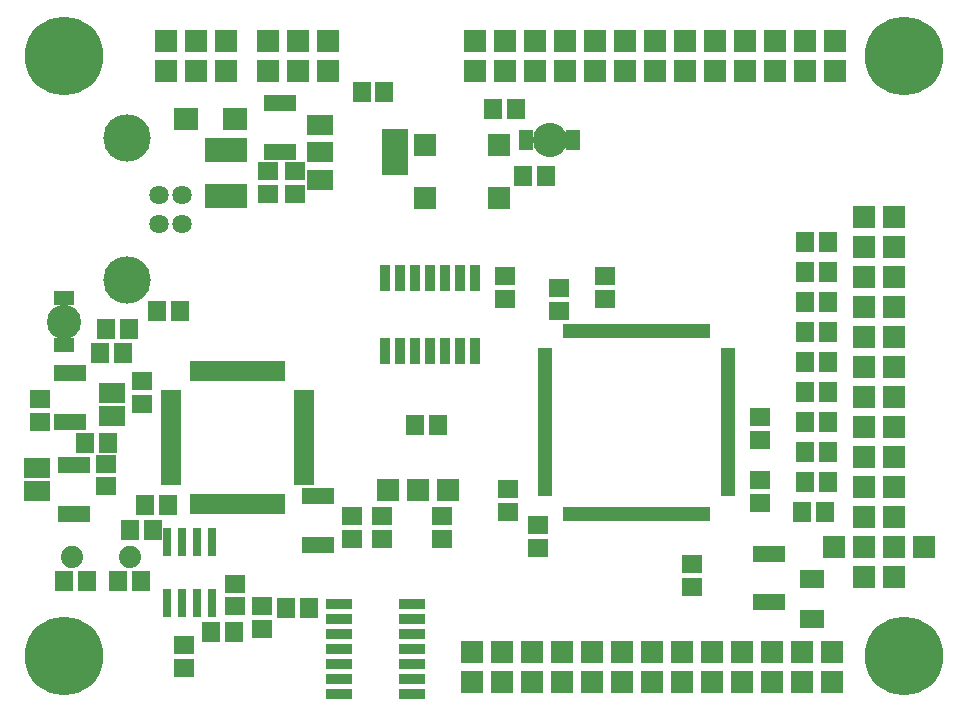
<source format=gbr>
G75*
G70*
%OFA0B0*%
%FSLAX24Y24*%
%IPPOS*%
%LPD*%
%AMOC8*
5,1,8,0,0,1.08239X$1,22.5*
%
%ADD10R,0.0316X0.0946*%
%ADD11R,0.0186X0.0651*%
%ADD12R,0.0651X0.0186*%
%ADD13R,0.0198X0.0474*%
%ADD14R,0.0474X0.0198*%
%ADD15R,0.0340X0.0880*%
%ADD16R,0.0880X0.0340*%
%ADD17R,0.0867X0.0671*%
%ADD18R,0.0867X0.1576*%
%ADD19C,0.0642*%
%ADD20C,0.1580*%
%ADD21R,0.0671X0.0592*%
%ADD22R,0.0592X0.0671*%
%ADD23R,0.0671X0.0493*%
%ADD24C,0.1143*%
%ADD25R,0.0730X0.0730*%
%ADD26R,0.0907X0.0671*%
%ADD27R,0.1080X0.0580*%
%ADD28C,0.0740*%
%ADD29R,0.0740X0.0740*%
%ADD30R,0.0493X0.0671*%
%ADD31R,0.0789X0.0631*%
%ADD32R,0.1419X0.0828*%
%ADD33R,0.0789X0.0749*%
%ADD34C,0.2620*%
D10*
X006000Y004426D03*
X006500Y004426D03*
X007000Y004426D03*
X007500Y004426D03*
X007500Y006474D03*
X007000Y006474D03*
X006500Y006474D03*
X006000Y006474D03*
D11*
X006874Y007735D03*
X007070Y007735D03*
X007267Y007735D03*
X007464Y007735D03*
X007661Y007735D03*
X007858Y007735D03*
X008055Y007735D03*
X008252Y007735D03*
X008448Y007735D03*
X008645Y007735D03*
X008842Y007735D03*
X009039Y007735D03*
X009236Y007735D03*
X009433Y007735D03*
X009630Y007735D03*
X009826Y007735D03*
X009826Y012165D03*
X009630Y012165D03*
X009433Y012165D03*
X009236Y012165D03*
X009039Y012165D03*
X008842Y012165D03*
X008645Y012165D03*
X008448Y012165D03*
X008252Y012165D03*
X008055Y012165D03*
X007858Y012165D03*
X007661Y012165D03*
X007464Y012165D03*
X007267Y012165D03*
X007070Y012165D03*
X006874Y012165D03*
D12*
X006135Y011426D03*
X006135Y011230D03*
X006135Y011033D03*
X006135Y010836D03*
X006135Y010639D03*
X006135Y010442D03*
X006135Y010245D03*
X006135Y010048D03*
X006135Y009852D03*
X006135Y009655D03*
X006135Y009458D03*
X006135Y009261D03*
X006135Y009064D03*
X006135Y008867D03*
X006135Y008670D03*
X006135Y008474D03*
X010565Y008474D03*
X010565Y008670D03*
X010565Y008867D03*
X010565Y009064D03*
X010565Y009261D03*
X010565Y009458D03*
X010565Y009655D03*
X010565Y009852D03*
X010565Y010048D03*
X010565Y010245D03*
X010565Y010442D03*
X010565Y010639D03*
X010565Y010836D03*
X010565Y011033D03*
X010565Y011230D03*
X010565Y011426D03*
D13*
X019288Y013501D03*
X019485Y013501D03*
X019681Y013501D03*
X019878Y013501D03*
X020075Y013501D03*
X020272Y013501D03*
X020469Y013501D03*
X020666Y013501D03*
X020863Y013501D03*
X021059Y013501D03*
X021256Y013501D03*
X021453Y013501D03*
X021650Y013501D03*
X021847Y013501D03*
X022044Y013501D03*
X022241Y013501D03*
X022437Y013501D03*
X022634Y013501D03*
X022831Y013501D03*
X023028Y013501D03*
X023225Y013501D03*
X023422Y013501D03*
X023619Y013501D03*
X023815Y013501D03*
X024012Y013501D03*
X024012Y007399D03*
X023815Y007399D03*
X023619Y007399D03*
X023422Y007399D03*
X023225Y007399D03*
X023028Y007399D03*
X022831Y007399D03*
X022634Y007399D03*
X022437Y007399D03*
X022241Y007399D03*
X022044Y007399D03*
X021847Y007399D03*
X021650Y007399D03*
X021453Y007399D03*
X021256Y007399D03*
X021059Y007399D03*
X020863Y007399D03*
X020666Y007399D03*
X020469Y007399D03*
X020272Y007399D03*
X020075Y007399D03*
X019878Y007399D03*
X019681Y007399D03*
X019485Y007399D03*
X019288Y007399D03*
D14*
X018599Y008088D03*
X018599Y008285D03*
X018599Y008481D03*
X018599Y008678D03*
X018599Y008875D03*
X018599Y009072D03*
X018599Y009269D03*
X018599Y009466D03*
X018599Y009663D03*
X018599Y009859D03*
X018599Y010056D03*
X018599Y010253D03*
X018599Y010450D03*
X018599Y010647D03*
X018599Y010844D03*
X018599Y011041D03*
X018599Y011237D03*
X018599Y011434D03*
X018599Y011631D03*
X018599Y011828D03*
X018599Y012025D03*
X018599Y012222D03*
X018599Y012419D03*
X018599Y012615D03*
X018599Y012812D03*
X024701Y012812D03*
X024701Y012615D03*
X024701Y012419D03*
X024701Y012222D03*
X024701Y012025D03*
X024701Y011828D03*
X024701Y011631D03*
X024701Y011434D03*
X024701Y011237D03*
X024701Y011041D03*
X024701Y010844D03*
X024701Y010647D03*
X024701Y010450D03*
X024701Y010253D03*
X024701Y010056D03*
X024701Y009859D03*
X024701Y009663D03*
X024701Y009466D03*
X024701Y009269D03*
X024701Y009072D03*
X024701Y008875D03*
X024701Y008678D03*
X024701Y008481D03*
X024701Y008285D03*
X024701Y008088D03*
D15*
X016250Y012840D03*
X015750Y012840D03*
X015250Y012840D03*
X014750Y012840D03*
X014250Y012840D03*
X013750Y012840D03*
X013250Y012840D03*
X013250Y015260D03*
X013750Y015260D03*
X014250Y015260D03*
X014750Y015260D03*
X015250Y015260D03*
X015750Y015260D03*
X016250Y015260D03*
D16*
X014160Y004400D03*
X014160Y003900D03*
X014160Y003400D03*
X014160Y002900D03*
X014160Y002400D03*
X014160Y001900D03*
X014160Y001400D03*
X011740Y001400D03*
X011740Y001900D03*
X011740Y002400D03*
X011740Y002900D03*
X011740Y003400D03*
X011740Y003900D03*
X011740Y004400D03*
D17*
X011110Y018544D03*
X011110Y019450D03*
X011110Y020356D03*
D18*
X013590Y019450D03*
D19*
X006500Y018042D03*
X005713Y018042D03*
X005713Y017058D03*
X006500Y017058D03*
D20*
X004650Y015188D03*
X004650Y019912D03*
D21*
X009350Y018824D03*
X009350Y018076D03*
X010250Y018076D03*
X010250Y018824D03*
X017250Y015324D03*
X017250Y014576D03*
X019050Y014924D03*
X019050Y014176D03*
X020600Y014576D03*
X020600Y015324D03*
X025750Y010624D03*
X025750Y009876D03*
X025750Y008524D03*
X025750Y007776D03*
X023500Y005724D03*
X023500Y004976D03*
X018350Y006276D03*
X018350Y007024D03*
X017350Y007476D03*
X017350Y008224D03*
X015150Y007324D03*
X015150Y006576D03*
X013150Y006576D03*
X013150Y007324D03*
X012150Y007324D03*
X012150Y006576D03*
X009150Y004324D03*
X008250Y004326D03*
X008250Y005074D03*
X009150Y003576D03*
X006550Y003024D03*
X006550Y002276D03*
X003950Y008326D03*
X003950Y009074D03*
X001750Y010476D03*
X001750Y011224D03*
X005150Y011076D03*
X005150Y011824D03*
D22*
X004524Y012750D03*
X003776Y012750D03*
X003976Y013550D03*
X004724Y013550D03*
X005676Y014150D03*
X006424Y014150D03*
X004024Y009750D03*
X003276Y009750D03*
X005276Y007700D03*
X006024Y007700D03*
X005524Y006850D03*
X004776Y006850D03*
X005124Y005150D03*
X004376Y005150D03*
X003324Y005150D03*
X002576Y005150D03*
X007476Y003450D03*
X008224Y003450D03*
X009976Y004250D03*
X010724Y004250D03*
X014276Y010350D03*
X015024Y010350D03*
X017876Y018650D03*
X018624Y018650D03*
X017624Y020900D03*
X016876Y020900D03*
X013245Y021469D03*
X012497Y021469D03*
X027276Y016450D03*
X028024Y016450D03*
X028024Y015450D03*
X027276Y015450D03*
X027276Y014450D03*
X028024Y014450D03*
X028024Y013450D03*
X027276Y013450D03*
X027276Y012450D03*
X028024Y012450D03*
X028024Y011450D03*
X027276Y011450D03*
X027276Y010450D03*
X028024Y010450D03*
X028024Y009450D03*
X027276Y009450D03*
X027276Y008450D03*
X028024Y008450D03*
X027924Y007450D03*
X027176Y007450D03*
D23*
X002550Y013013D03*
X002550Y014587D03*
D24*
X002550Y013800D03*
X018750Y019850D03*
D25*
X018250Y022150D03*
X019250Y022150D03*
X019250Y023150D03*
X018250Y023150D03*
X017250Y023150D03*
X016250Y023150D03*
X016250Y022150D03*
X017250Y022150D03*
X020250Y022150D03*
X021250Y022150D03*
X022250Y022150D03*
X022250Y023150D03*
X021250Y023150D03*
X020250Y023150D03*
X023250Y023150D03*
X024250Y023150D03*
X025250Y023150D03*
X025250Y022150D03*
X024250Y022150D03*
X023250Y022150D03*
X026250Y022150D03*
X027250Y022150D03*
X027250Y023150D03*
X026250Y023150D03*
X028250Y023150D03*
X028250Y022150D03*
X029225Y017300D03*
X030225Y017300D03*
X030225Y016300D03*
X029225Y016300D03*
X029225Y015300D03*
X030225Y015300D03*
X030225Y014300D03*
X029225Y014300D03*
X029225Y013300D03*
X030225Y013300D03*
X030225Y012300D03*
X029225Y012300D03*
X029225Y011300D03*
X030225Y011300D03*
X030225Y010300D03*
X029225Y010300D03*
X029225Y009300D03*
X030225Y009300D03*
X030225Y008300D03*
X029225Y008300D03*
X029227Y007300D03*
X030227Y007300D03*
X030227Y006300D03*
X029227Y006300D03*
X028227Y006300D03*
X029227Y005300D03*
X030227Y005300D03*
X031227Y006300D03*
X028150Y002800D03*
X027150Y002800D03*
X026150Y002800D03*
X026150Y001800D03*
X027150Y001800D03*
X028150Y001800D03*
X025150Y001800D03*
X024150Y001800D03*
X024150Y002800D03*
X025150Y002800D03*
X023150Y002800D03*
X022150Y002800D03*
X021150Y002800D03*
X021150Y001800D03*
X022150Y001800D03*
X023150Y001800D03*
X020150Y001800D03*
X019150Y001800D03*
X018150Y001800D03*
X018150Y002800D03*
X019150Y002800D03*
X020150Y002800D03*
X017150Y002800D03*
X016150Y002800D03*
X016150Y001800D03*
X017150Y001800D03*
X015350Y008200D03*
X014350Y008200D03*
X013350Y008200D03*
X011350Y022150D03*
X010350Y022150D03*
X009350Y022150D03*
X009350Y023150D03*
X010350Y023150D03*
X011350Y023150D03*
X007950Y023150D03*
X006950Y023150D03*
X005950Y023150D03*
X005950Y022150D03*
X006950Y022150D03*
X007950Y022150D03*
D26*
X004150Y011444D03*
X004150Y010656D03*
X001650Y008944D03*
X001650Y008156D03*
D27*
X002900Y007400D03*
X002900Y009025D03*
X002750Y010475D03*
X002750Y012100D03*
X011025Y008000D03*
X011025Y006375D03*
X026078Y006074D03*
X026078Y004449D03*
X009750Y019475D03*
X009750Y021100D03*
D28*
X004761Y005950D03*
X002839Y005950D03*
D29*
X014585Y017939D03*
X014585Y019711D03*
X017065Y019711D03*
X017065Y017939D03*
D30*
X017963Y019850D03*
X019537Y019850D03*
D31*
X027490Y005236D03*
X027490Y003898D03*
D32*
X007950Y017982D03*
X007950Y019518D03*
D33*
X008257Y020550D03*
X006643Y020550D03*
D34*
X002550Y002650D03*
X002550Y022650D03*
X030550Y022650D03*
X030550Y002650D03*
M02*

</source>
